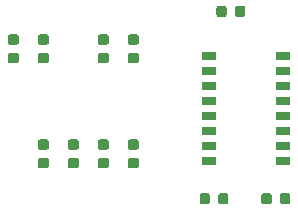
<source format=gbr>
G04 #@! TF.GenerationSoftware,KiCad,Pcbnew,(5.0.2)-1*
G04 #@! TF.CreationDate,2019-05-13T14:34:42-07:00*
G04 #@! TF.ProjectId,7_segment_display,375f7365-676d-4656-9e74-5f646973706c,rev?*
G04 #@! TF.SameCoordinates,Original*
G04 #@! TF.FileFunction,Paste,Bot*
G04 #@! TF.FilePolarity,Positive*
%FSLAX46Y46*%
G04 Gerber Fmt 4.6, Leading zero omitted, Abs format (unit mm)*
G04 Created by KiCad (PCBNEW (5.0.2)-1) date 5/13/2019 2:34:42 PM*
%MOMM*%
%LPD*%
G01*
G04 APERTURE LIST*
%ADD10C,0.100000*%
%ADD11C,0.875000*%
%ADD12R,1.300000X0.800000*%
G04 APERTURE END LIST*
D10*
G04 #@! TO.C,C1*
G36*
X38187691Y-17306053D02*
X38208926Y-17309203D01*
X38229750Y-17314419D01*
X38249962Y-17321651D01*
X38269368Y-17330830D01*
X38287781Y-17341866D01*
X38305024Y-17354654D01*
X38320930Y-17369070D01*
X38335346Y-17384976D01*
X38348134Y-17402219D01*
X38359170Y-17420632D01*
X38368349Y-17440038D01*
X38375581Y-17460250D01*
X38380797Y-17481074D01*
X38383947Y-17502309D01*
X38385000Y-17523750D01*
X38385000Y-18036250D01*
X38383947Y-18057691D01*
X38380797Y-18078926D01*
X38375581Y-18099750D01*
X38368349Y-18119962D01*
X38359170Y-18139368D01*
X38348134Y-18157781D01*
X38335346Y-18175024D01*
X38320930Y-18190930D01*
X38305024Y-18205346D01*
X38287781Y-18218134D01*
X38269368Y-18229170D01*
X38249962Y-18238349D01*
X38229750Y-18245581D01*
X38208926Y-18250797D01*
X38187691Y-18253947D01*
X38166250Y-18255000D01*
X37728750Y-18255000D01*
X37707309Y-18253947D01*
X37686074Y-18250797D01*
X37665250Y-18245581D01*
X37645038Y-18238349D01*
X37625632Y-18229170D01*
X37607219Y-18218134D01*
X37589976Y-18205346D01*
X37574070Y-18190930D01*
X37559654Y-18175024D01*
X37546866Y-18157781D01*
X37535830Y-18139368D01*
X37526651Y-18119962D01*
X37519419Y-18099750D01*
X37514203Y-18078926D01*
X37511053Y-18057691D01*
X37510000Y-18036250D01*
X37510000Y-17523750D01*
X37511053Y-17502309D01*
X37514203Y-17481074D01*
X37519419Y-17460250D01*
X37526651Y-17440038D01*
X37535830Y-17420632D01*
X37546866Y-17402219D01*
X37559654Y-17384976D01*
X37574070Y-17369070D01*
X37589976Y-17354654D01*
X37607219Y-17341866D01*
X37625632Y-17330830D01*
X37645038Y-17321651D01*
X37665250Y-17314419D01*
X37686074Y-17309203D01*
X37707309Y-17306053D01*
X37728750Y-17305000D01*
X38166250Y-17305000D01*
X38187691Y-17306053D01*
X38187691Y-17306053D01*
G37*
D11*
X37947500Y-17780000D03*
D10*
G36*
X39762691Y-17306053D02*
X39783926Y-17309203D01*
X39804750Y-17314419D01*
X39824962Y-17321651D01*
X39844368Y-17330830D01*
X39862781Y-17341866D01*
X39880024Y-17354654D01*
X39895930Y-17369070D01*
X39910346Y-17384976D01*
X39923134Y-17402219D01*
X39934170Y-17420632D01*
X39943349Y-17440038D01*
X39950581Y-17460250D01*
X39955797Y-17481074D01*
X39958947Y-17502309D01*
X39960000Y-17523750D01*
X39960000Y-18036250D01*
X39958947Y-18057691D01*
X39955797Y-18078926D01*
X39950581Y-18099750D01*
X39943349Y-18119962D01*
X39934170Y-18139368D01*
X39923134Y-18157781D01*
X39910346Y-18175024D01*
X39895930Y-18190930D01*
X39880024Y-18205346D01*
X39862781Y-18218134D01*
X39844368Y-18229170D01*
X39824962Y-18238349D01*
X39804750Y-18245581D01*
X39783926Y-18250797D01*
X39762691Y-18253947D01*
X39741250Y-18255000D01*
X39303750Y-18255000D01*
X39282309Y-18253947D01*
X39261074Y-18250797D01*
X39240250Y-18245581D01*
X39220038Y-18238349D01*
X39200632Y-18229170D01*
X39182219Y-18218134D01*
X39164976Y-18205346D01*
X39149070Y-18190930D01*
X39134654Y-18175024D01*
X39121866Y-18157781D01*
X39110830Y-18139368D01*
X39101651Y-18119962D01*
X39094419Y-18099750D01*
X39089203Y-18078926D01*
X39086053Y-18057691D01*
X39085000Y-18036250D01*
X39085000Y-17523750D01*
X39086053Y-17502309D01*
X39089203Y-17481074D01*
X39094419Y-17460250D01*
X39101651Y-17440038D01*
X39110830Y-17420632D01*
X39121866Y-17402219D01*
X39134654Y-17384976D01*
X39149070Y-17369070D01*
X39164976Y-17354654D01*
X39182219Y-17341866D01*
X39200632Y-17330830D01*
X39220038Y-17321651D01*
X39240250Y-17314419D01*
X39261074Y-17309203D01*
X39282309Y-17306053D01*
X39303750Y-17305000D01*
X39741250Y-17305000D01*
X39762691Y-17306053D01*
X39762691Y-17306053D01*
G37*
D11*
X39522500Y-17780000D03*
G04 #@! TD*
D10*
G04 #@! TO.C,R1*
G36*
X35952691Y-1431053D02*
X35973926Y-1434203D01*
X35994750Y-1439419D01*
X36014962Y-1446651D01*
X36034368Y-1455830D01*
X36052781Y-1466866D01*
X36070024Y-1479654D01*
X36085930Y-1494070D01*
X36100346Y-1509976D01*
X36113134Y-1527219D01*
X36124170Y-1545632D01*
X36133349Y-1565038D01*
X36140581Y-1585250D01*
X36145797Y-1606074D01*
X36148947Y-1627309D01*
X36150000Y-1648750D01*
X36150000Y-2161250D01*
X36148947Y-2182691D01*
X36145797Y-2203926D01*
X36140581Y-2224750D01*
X36133349Y-2244962D01*
X36124170Y-2264368D01*
X36113134Y-2282781D01*
X36100346Y-2300024D01*
X36085930Y-2315930D01*
X36070024Y-2330346D01*
X36052781Y-2343134D01*
X36034368Y-2354170D01*
X36014962Y-2363349D01*
X35994750Y-2370581D01*
X35973926Y-2375797D01*
X35952691Y-2378947D01*
X35931250Y-2380000D01*
X35493750Y-2380000D01*
X35472309Y-2378947D01*
X35451074Y-2375797D01*
X35430250Y-2370581D01*
X35410038Y-2363349D01*
X35390632Y-2354170D01*
X35372219Y-2343134D01*
X35354976Y-2330346D01*
X35339070Y-2315930D01*
X35324654Y-2300024D01*
X35311866Y-2282781D01*
X35300830Y-2264368D01*
X35291651Y-2244962D01*
X35284419Y-2224750D01*
X35279203Y-2203926D01*
X35276053Y-2182691D01*
X35275000Y-2161250D01*
X35275000Y-1648750D01*
X35276053Y-1627309D01*
X35279203Y-1606074D01*
X35284419Y-1585250D01*
X35291651Y-1565038D01*
X35300830Y-1545632D01*
X35311866Y-1527219D01*
X35324654Y-1509976D01*
X35339070Y-1494070D01*
X35354976Y-1479654D01*
X35372219Y-1466866D01*
X35390632Y-1455830D01*
X35410038Y-1446651D01*
X35430250Y-1439419D01*
X35451074Y-1434203D01*
X35472309Y-1431053D01*
X35493750Y-1430000D01*
X35931250Y-1430000D01*
X35952691Y-1431053D01*
X35952691Y-1431053D01*
G37*
D11*
X35712500Y-1905000D03*
D10*
G36*
X34377691Y-1431053D02*
X34398926Y-1434203D01*
X34419750Y-1439419D01*
X34439962Y-1446651D01*
X34459368Y-1455830D01*
X34477781Y-1466866D01*
X34495024Y-1479654D01*
X34510930Y-1494070D01*
X34525346Y-1509976D01*
X34538134Y-1527219D01*
X34549170Y-1545632D01*
X34558349Y-1565038D01*
X34565581Y-1585250D01*
X34570797Y-1606074D01*
X34573947Y-1627309D01*
X34575000Y-1648750D01*
X34575000Y-2161250D01*
X34573947Y-2182691D01*
X34570797Y-2203926D01*
X34565581Y-2224750D01*
X34558349Y-2244962D01*
X34549170Y-2264368D01*
X34538134Y-2282781D01*
X34525346Y-2300024D01*
X34510930Y-2315930D01*
X34495024Y-2330346D01*
X34477781Y-2343134D01*
X34459368Y-2354170D01*
X34439962Y-2363349D01*
X34419750Y-2370581D01*
X34398926Y-2375797D01*
X34377691Y-2378947D01*
X34356250Y-2380000D01*
X33918750Y-2380000D01*
X33897309Y-2378947D01*
X33876074Y-2375797D01*
X33855250Y-2370581D01*
X33835038Y-2363349D01*
X33815632Y-2354170D01*
X33797219Y-2343134D01*
X33779976Y-2330346D01*
X33764070Y-2315930D01*
X33749654Y-2300024D01*
X33736866Y-2282781D01*
X33725830Y-2264368D01*
X33716651Y-2244962D01*
X33709419Y-2224750D01*
X33704203Y-2203926D01*
X33701053Y-2182691D01*
X33700000Y-2161250D01*
X33700000Y-1648750D01*
X33701053Y-1627309D01*
X33704203Y-1606074D01*
X33709419Y-1585250D01*
X33716651Y-1565038D01*
X33725830Y-1545632D01*
X33736866Y-1527219D01*
X33749654Y-1509976D01*
X33764070Y-1494070D01*
X33779976Y-1479654D01*
X33797219Y-1466866D01*
X33815632Y-1455830D01*
X33835038Y-1446651D01*
X33855250Y-1439419D01*
X33876074Y-1434203D01*
X33897309Y-1431053D01*
X33918750Y-1430000D01*
X34356250Y-1430000D01*
X34377691Y-1431053D01*
X34377691Y-1431053D01*
G37*
D11*
X34137500Y-1905000D03*
G04 #@! TD*
D10*
G04 #@! TO.C,R2*
G36*
X34530191Y-17306053D02*
X34551426Y-17309203D01*
X34572250Y-17314419D01*
X34592462Y-17321651D01*
X34611868Y-17330830D01*
X34630281Y-17341866D01*
X34647524Y-17354654D01*
X34663430Y-17369070D01*
X34677846Y-17384976D01*
X34690634Y-17402219D01*
X34701670Y-17420632D01*
X34710849Y-17440038D01*
X34718081Y-17460250D01*
X34723297Y-17481074D01*
X34726447Y-17502309D01*
X34727500Y-17523750D01*
X34727500Y-18036250D01*
X34726447Y-18057691D01*
X34723297Y-18078926D01*
X34718081Y-18099750D01*
X34710849Y-18119962D01*
X34701670Y-18139368D01*
X34690634Y-18157781D01*
X34677846Y-18175024D01*
X34663430Y-18190930D01*
X34647524Y-18205346D01*
X34630281Y-18218134D01*
X34611868Y-18229170D01*
X34592462Y-18238349D01*
X34572250Y-18245581D01*
X34551426Y-18250797D01*
X34530191Y-18253947D01*
X34508750Y-18255000D01*
X34071250Y-18255000D01*
X34049809Y-18253947D01*
X34028574Y-18250797D01*
X34007750Y-18245581D01*
X33987538Y-18238349D01*
X33968132Y-18229170D01*
X33949719Y-18218134D01*
X33932476Y-18205346D01*
X33916570Y-18190930D01*
X33902154Y-18175024D01*
X33889366Y-18157781D01*
X33878330Y-18139368D01*
X33869151Y-18119962D01*
X33861919Y-18099750D01*
X33856703Y-18078926D01*
X33853553Y-18057691D01*
X33852500Y-18036250D01*
X33852500Y-17523750D01*
X33853553Y-17502309D01*
X33856703Y-17481074D01*
X33861919Y-17460250D01*
X33869151Y-17440038D01*
X33878330Y-17420632D01*
X33889366Y-17402219D01*
X33902154Y-17384976D01*
X33916570Y-17369070D01*
X33932476Y-17354654D01*
X33949719Y-17341866D01*
X33968132Y-17330830D01*
X33987538Y-17321651D01*
X34007750Y-17314419D01*
X34028574Y-17309203D01*
X34049809Y-17306053D01*
X34071250Y-17305000D01*
X34508750Y-17305000D01*
X34530191Y-17306053D01*
X34530191Y-17306053D01*
G37*
D11*
X34290000Y-17780000D03*
D10*
G36*
X32955191Y-17306053D02*
X32976426Y-17309203D01*
X32997250Y-17314419D01*
X33017462Y-17321651D01*
X33036868Y-17330830D01*
X33055281Y-17341866D01*
X33072524Y-17354654D01*
X33088430Y-17369070D01*
X33102846Y-17384976D01*
X33115634Y-17402219D01*
X33126670Y-17420632D01*
X33135849Y-17440038D01*
X33143081Y-17460250D01*
X33148297Y-17481074D01*
X33151447Y-17502309D01*
X33152500Y-17523750D01*
X33152500Y-18036250D01*
X33151447Y-18057691D01*
X33148297Y-18078926D01*
X33143081Y-18099750D01*
X33135849Y-18119962D01*
X33126670Y-18139368D01*
X33115634Y-18157781D01*
X33102846Y-18175024D01*
X33088430Y-18190930D01*
X33072524Y-18205346D01*
X33055281Y-18218134D01*
X33036868Y-18229170D01*
X33017462Y-18238349D01*
X32997250Y-18245581D01*
X32976426Y-18250797D01*
X32955191Y-18253947D01*
X32933750Y-18255000D01*
X32496250Y-18255000D01*
X32474809Y-18253947D01*
X32453574Y-18250797D01*
X32432750Y-18245581D01*
X32412538Y-18238349D01*
X32393132Y-18229170D01*
X32374719Y-18218134D01*
X32357476Y-18205346D01*
X32341570Y-18190930D01*
X32327154Y-18175024D01*
X32314366Y-18157781D01*
X32303330Y-18139368D01*
X32294151Y-18119962D01*
X32286919Y-18099750D01*
X32281703Y-18078926D01*
X32278553Y-18057691D01*
X32277500Y-18036250D01*
X32277500Y-17523750D01*
X32278553Y-17502309D01*
X32281703Y-17481074D01*
X32286919Y-17460250D01*
X32294151Y-17440038D01*
X32303330Y-17420632D01*
X32314366Y-17402219D01*
X32327154Y-17384976D01*
X32341570Y-17369070D01*
X32357476Y-17354654D01*
X32374719Y-17341866D01*
X32393132Y-17330830D01*
X32412538Y-17321651D01*
X32432750Y-17314419D01*
X32453574Y-17309203D01*
X32474809Y-17306053D01*
X32496250Y-17305000D01*
X32933750Y-17305000D01*
X32955191Y-17306053D01*
X32955191Y-17306053D01*
G37*
D11*
X32715000Y-17780000D03*
G04 #@! TD*
D10*
G04 #@! TO.C,R3*
G36*
X24407691Y-5431053D02*
X24428926Y-5434203D01*
X24449750Y-5439419D01*
X24469962Y-5446651D01*
X24489368Y-5455830D01*
X24507781Y-5466866D01*
X24525024Y-5479654D01*
X24540930Y-5494070D01*
X24555346Y-5509976D01*
X24568134Y-5527219D01*
X24579170Y-5545632D01*
X24588349Y-5565038D01*
X24595581Y-5585250D01*
X24600797Y-5606074D01*
X24603947Y-5627309D01*
X24605000Y-5648750D01*
X24605000Y-6086250D01*
X24603947Y-6107691D01*
X24600797Y-6128926D01*
X24595581Y-6149750D01*
X24588349Y-6169962D01*
X24579170Y-6189368D01*
X24568134Y-6207781D01*
X24555346Y-6225024D01*
X24540930Y-6240930D01*
X24525024Y-6255346D01*
X24507781Y-6268134D01*
X24489368Y-6279170D01*
X24469962Y-6288349D01*
X24449750Y-6295581D01*
X24428926Y-6300797D01*
X24407691Y-6303947D01*
X24386250Y-6305000D01*
X23873750Y-6305000D01*
X23852309Y-6303947D01*
X23831074Y-6300797D01*
X23810250Y-6295581D01*
X23790038Y-6288349D01*
X23770632Y-6279170D01*
X23752219Y-6268134D01*
X23734976Y-6255346D01*
X23719070Y-6240930D01*
X23704654Y-6225024D01*
X23691866Y-6207781D01*
X23680830Y-6189368D01*
X23671651Y-6169962D01*
X23664419Y-6149750D01*
X23659203Y-6128926D01*
X23656053Y-6107691D01*
X23655000Y-6086250D01*
X23655000Y-5648750D01*
X23656053Y-5627309D01*
X23659203Y-5606074D01*
X23664419Y-5585250D01*
X23671651Y-5565038D01*
X23680830Y-5545632D01*
X23691866Y-5527219D01*
X23704654Y-5509976D01*
X23719070Y-5494070D01*
X23734976Y-5479654D01*
X23752219Y-5466866D01*
X23770632Y-5455830D01*
X23790038Y-5446651D01*
X23810250Y-5439419D01*
X23831074Y-5434203D01*
X23852309Y-5431053D01*
X23873750Y-5430000D01*
X24386250Y-5430000D01*
X24407691Y-5431053D01*
X24407691Y-5431053D01*
G37*
D11*
X24130000Y-5867500D03*
D10*
G36*
X24407691Y-3856053D02*
X24428926Y-3859203D01*
X24449750Y-3864419D01*
X24469962Y-3871651D01*
X24489368Y-3880830D01*
X24507781Y-3891866D01*
X24525024Y-3904654D01*
X24540930Y-3919070D01*
X24555346Y-3934976D01*
X24568134Y-3952219D01*
X24579170Y-3970632D01*
X24588349Y-3990038D01*
X24595581Y-4010250D01*
X24600797Y-4031074D01*
X24603947Y-4052309D01*
X24605000Y-4073750D01*
X24605000Y-4511250D01*
X24603947Y-4532691D01*
X24600797Y-4553926D01*
X24595581Y-4574750D01*
X24588349Y-4594962D01*
X24579170Y-4614368D01*
X24568134Y-4632781D01*
X24555346Y-4650024D01*
X24540930Y-4665930D01*
X24525024Y-4680346D01*
X24507781Y-4693134D01*
X24489368Y-4704170D01*
X24469962Y-4713349D01*
X24449750Y-4720581D01*
X24428926Y-4725797D01*
X24407691Y-4728947D01*
X24386250Y-4730000D01*
X23873750Y-4730000D01*
X23852309Y-4728947D01*
X23831074Y-4725797D01*
X23810250Y-4720581D01*
X23790038Y-4713349D01*
X23770632Y-4704170D01*
X23752219Y-4693134D01*
X23734976Y-4680346D01*
X23719070Y-4665930D01*
X23704654Y-4650024D01*
X23691866Y-4632781D01*
X23680830Y-4614368D01*
X23671651Y-4594962D01*
X23664419Y-4574750D01*
X23659203Y-4553926D01*
X23656053Y-4532691D01*
X23655000Y-4511250D01*
X23655000Y-4073750D01*
X23656053Y-4052309D01*
X23659203Y-4031074D01*
X23664419Y-4010250D01*
X23671651Y-3990038D01*
X23680830Y-3970632D01*
X23691866Y-3952219D01*
X23704654Y-3934976D01*
X23719070Y-3919070D01*
X23734976Y-3904654D01*
X23752219Y-3891866D01*
X23770632Y-3880830D01*
X23790038Y-3871651D01*
X23810250Y-3864419D01*
X23831074Y-3859203D01*
X23852309Y-3856053D01*
X23873750Y-3855000D01*
X24386250Y-3855000D01*
X24407691Y-3856053D01*
X24407691Y-3856053D01*
G37*
D11*
X24130000Y-4292500D03*
G04 #@! TD*
D10*
G04 #@! TO.C,R4*
G36*
X26947691Y-5431053D02*
X26968926Y-5434203D01*
X26989750Y-5439419D01*
X27009962Y-5446651D01*
X27029368Y-5455830D01*
X27047781Y-5466866D01*
X27065024Y-5479654D01*
X27080930Y-5494070D01*
X27095346Y-5509976D01*
X27108134Y-5527219D01*
X27119170Y-5545632D01*
X27128349Y-5565038D01*
X27135581Y-5585250D01*
X27140797Y-5606074D01*
X27143947Y-5627309D01*
X27145000Y-5648750D01*
X27145000Y-6086250D01*
X27143947Y-6107691D01*
X27140797Y-6128926D01*
X27135581Y-6149750D01*
X27128349Y-6169962D01*
X27119170Y-6189368D01*
X27108134Y-6207781D01*
X27095346Y-6225024D01*
X27080930Y-6240930D01*
X27065024Y-6255346D01*
X27047781Y-6268134D01*
X27029368Y-6279170D01*
X27009962Y-6288349D01*
X26989750Y-6295581D01*
X26968926Y-6300797D01*
X26947691Y-6303947D01*
X26926250Y-6305000D01*
X26413750Y-6305000D01*
X26392309Y-6303947D01*
X26371074Y-6300797D01*
X26350250Y-6295581D01*
X26330038Y-6288349D01*
X26310632Y-6279170D01*
X26292219Y-6268134D01*
X26274976Y-6255346D01*
X26259070Y-6240930D01*
X26244654Y-6225024D01*
X26231866Y-6207781D01*
X26220830Y-6189368D01*
X26211651Y-6169962D01*
X26204419Y-6149750D01*
X26199203Y-6128926D01*
X26196053Y-6107691D01*
X26195000Y-6086250D01*
X26195000Y-5648750D01*
X26196053Y-5627309D01*
X26199203Y-5606074D01*
X26204419Y-5585250D01*
X26211651Y-5565038D01*
X26220830Y-5545632D01*
X26231866Y-5527219D01*
X26244654Y-5509976D01*
X26259070Y-5494070D01*
X26274976Y-5479654D01*
X26292219Y-5466866D01*
X26310632Y-5455830D01*
X26330038Y-5446651D01*
X26350250Y-5439419D01*
X26371074Y-5434203D01*
X26392309Y-5431053D01*
X26413750Y-5430000D01*
X26926250Y-5430000D01*
X26947691Y-5431053D01*
X26947691Y-5431053D01*
G37*
D11*
X26670000Y-5867500D03*
D10*
G36*
X26947691Y-3856053D02*
X26968926Y-3859203D01*
X26989750Y-3864419D01*
X27009962Y-3871651D01*
X27029368Y-3880830D01*
X27047781Y-3891866D01*
X27065024Y-3904654D01*
X27080930Y-3919070D01*
X27095346Y-3934976D01*
X27108134Y-3952219D01*
X27119170Y-3970632D01*
X27128349Y-3990038D01*
X27135581Y-4010250D01*
X27140797Y-4031074D01*
X27143947Y-4052309D01*
X27145000Y-4073750D01*
X27145000Y-4511250D01*
X27143947Y-4532691D01*
X27140797Y-4553926D01*
X27135581Y-4574750D01*
X27128349Y-4594962D01*
X27119170Y-4614368D01*
X27108134Y-4632781D01*
X27095346Y-4650024D01*
X27080930Y-4665930D01*
X27065024Y-4680346D01*
X27047781Y-4693134D01*
X27029368Y-4704170D01*
X27009962Y-4713349D01*
X26989750Y-4720581D01*
X26968926Y-4725797D01*
X26947691Y-4728947D01*
X26926250Y-4730000D01*
X26413750Y-4730000D01*
X26392309Y-4728947D01*
X26371074Y-4725797D01*
X26350250Y-4720581D01*
X26330038Y-4713349D01*
X26310632Y-4704170D01*
X26292219Y-4693134D01*
X26274976Y-4680346D01*
X26259070Y-4665930D01*
X26244654Y-4650024D01*
X26231866Y-4632781D01*
X26220830Y-4614368D01*
X26211651Y-4594962D01*
X26204419Y-4574750D01*
X26199203Y-4553926D01*
X26196053Y-4532691D01*
X26195000Y-4511250D01*
X26195000Y-4073750D01*
X26196053Y-4052309D01*
X26199203Y-4031074D01*
X26204419Y-4010250D01*
X26211651Y-3990038D01*
X26220830Y-3970632D01*
X26231866Y-3952219D01*
X26244654Y-3934976D01*
X26259070Y-3919070D01*
X26274976Y-3904654D01*
X26292219Y-3891866D01*
X26310632Y-3880830D01*
X26330038Y-3871651D01*
X26350250Y-3864419D01*
X26371074Y-3859203D01*
X26392309Y-3856053D01*
X26413750Y-3855000D01*
X26926250Y-3855000D01*
X26947691Y-3856053D01*
X26947691Y-3856053D01*
G37*
D11*
X26670000Y-4292500D03*
G04 #@! TD*
D10*
G04 #@! TO.C,R5*
G36*
X24407691Y-12746053D02*
X24428926Y-12749203D01*
X24449750Y-12754419D01*
X24469962Y-12761651D01*
X24489368Y-12770830D01*
X24507781Y-12781866D01*
X24525024Y-12794654D01*
X24540930Y-12809070D01*
X24555346Y-12824976D01*
X24568134Y-12842219D01*
X24579170Y-12860632D01*
X24588349Y-12880038D01*
X24595581Y-12900250D01*
X24600797Y-12921074D01*
X24603947Y-12942309D01*
X24605000Y-12963750D01*
X24605000Y-13401250D01*
X24603947Y-13422691D01*
X24600797Y-13443926D01*
X24595581Y-13464750D01*
X24588349Y-13484962D01*
X24579170Y-13504368D01*
X24568134Y-13522781D01*
X24555346Y-13540024D01*
X24540930Y-13555930D01*
X24525024Y-13570346D01*
X24507781Y-13583134D01*
X24489368Y-13594170D01*
X24469962Y-13603349D01*
X24449750Y-13610581D01*
X24428926Y-13615797D01*
X24407691Y-13618947D01*
X24386250Y-13620000D01*
X23873750Y-13620000D01*
X23852309Y-13618947D01*
X23831074Y-13615797D01*
X23810250Y-13610581D01*
X23790038Y-13603349D01*
X23770632Y-13594170D01*
X23752219Y-13583134D01*
X23734976Y-13570346D01*
X23719070Y-13555930D01*
X23704654Y-13540024D01*
X23691866Y-13522781D01*
X23680830Y-13504368D01*
X23671651Y-13484962D01*
X23664419Y-13464750D01*
X23659203Y-13443926D01*
X23656053Y-13422691D01*
X23655000Y-13401250D01*
X23655000Y-12963750D01*
X23656053Y-12942309D01*
X23659203Y-12921074D01*
X23664419Y-12900250D01*
X23671651Y-12880038D01*
X23680830Y-12860632D01*
X23691866Y-12842219D01*
X23704654Y-12824976D01*
X23719070Y-12809070D01*
X23734976Y-12794654D01*
X23752219Y-12781866D01*
X23770632Y-12770830D01*
X23790038Y-12761651D01*
X23810250Y-12754419D01*
X23831074Y-12749203D01*
X23852309Y-12746053D01*
X23873750Y-12745000D01*
X24386250Y-12745000D01*
X24407691Y-12746053D01*
X24407691Y-12746053D01*
G37*
D11*
X24130000Y-13182500D03*
D10*
G36*
X24407691Y-14321053D02*
X24428926Y-14324203D01*
X24449750Y-14329419D01*
X24469962Y-14336651D01*
X24489368Y-14345830D01*
X24507781Y-14356866D01*
X24525024Y-14369654D01*
X24540930Y-14384070D01*
X24555346Y-14399976D01*
X24568134Y-14417219D01*
X24579170Y-14435632D01*
X24588349Y-14455038D01*
X24595581Y-14475250D01*
X24600797Y-14496074D01*
X24603947Y-14517309D01*
X24605000Y-14538750D01*
X24605000Y-14976250D01*
X24603947Y-14997691D01*
X24600797Y-15018926D01*
X24595581Y-15039750D01*
X24588349Y-15059962D01*
X24579170Y-15079368D01*
X24568134Y-15097781D01*
X24555346Y-15115024D01*
X24540930Y-15130930D01*
X24525024Y-15145346D01*
X24507781Y-15158134D01*
X24489368Y-15169170D01*
X24469962Y-15178349D01*
X24449750Y-15185581D01*
X24428926Y-15190797D01*
X24407691Y-15193947D01*
X24386250Y-15195000D01*
X23873750Y-15195000D01*
X23852309Y-15193947D01*
X23831074Y-15190797D01*
X23810250Y-15185581D01*
X23790038Y-15178349D01*
X23770632Y-15169170D01*
X23752219Y-15158134D01*
X23734976Y-15145346D01*
X23719070Y-15130930D01*
X23704654Y-15115024D01*
X23691866Y-15097781D01*
X23680830Y-15079368D01*
X23671651Y-15059962D01*
X23664419Y-15039750D01*
X23659203Y-15018926D01*
X23656053Y-14997691D01*
X23655000Y-14976250D01*
X23655000Y-14538750D01*
X23656053Y-14517309D01*
X23659203Y-14496074D01*
X23664419Y-14475250D01*
X23671651Y-14455038D01*
X23680830Y-14435632D01*
X23691866Y-14417219D01*
X23704654Y-14399976D01*
X23719070Y-14384070D01*
X23734976Y-14369654D01*
X23752219Y-14356866D01*
X23770632Y-14345830D01*
X23790038Y-14336651D01*
X23810250Y-14329419D01*
X23831074Y-14324203D01*
X23852309Y-14321053D01*
X23873750Y-14320000D01*
X24386250Y-14320000D01*
X24407691Y-14321053D01*
X24407691Y-14321053D01*
G37*
D11*
X24130000Y-14757500D03*
G04 #@! TD*
D10*
G04 #@! TO.C,R6*
G36*
X21867691Y-12746053D02*
X21888926Y-12749203D01*
X21909750Y-12754419D01*
X21929962Y-12761651D01*
X21949368Y-12770830D01*
X21967781Y-12781866D01*
X21985024Y-12794654D01*
X22000930Y-12809070D01*
X22015346Y-12824976D01*
X22028134Y-12842219D01*
X22039170Y-12860632D01*
X22048349Y-12880038D01*
X22055581Y-12900250D01*
X22060797Y-12921074D01*
X22063947Y-12942309D01*
X22065000Y-12963750D01*
X22065000Y-13401250D01*
X22063947Y-13422691D01*
X22060797Y-13443926D01*
X22055581Y-13464750D01*
X22048349Y-13484962D01*
X22039170Y-13504368D01*
X22028134Y-13522781D01*
X22015346Y-13540024D01*
X22000930Y-13555930D01*
X21985024Y-13570346D01*
X21967781Y-13583134D01*
X21949368Y-13594170D01*
X21929962Y-13603349D01*
X21909750Y-13610581D01*
X21888926Y-13615797D01*
X21867691Y-13618947D01*
X21846250Y-13620000D01*
X21333750Y-13620000D01*
X21312309Y-13618947D01*
X21291074Y-13615797D01*
X21270250Y-13610581D01*
X21250038Y-13603349D01*
X21230632Y-13594170D01*
X21212219Y-13583134D01*
X21194976Y-13570346D01*
X21179070Y-13555930D01*
X21164654Y-13540024D01*
X21151866Y-13522781D01*
X21140830Y-13504368D01*
X21131651Y-13484962D01*
X21124419Y-13464750D01*
X21119203Y-13443926D01*
X21116053Y-13422691D01*
X21115000Y-13401250D01*
X21115000Y-12963750D01*
X21116053Y-12942309D01*
X21119203Y-12921074D01*
X21124419Y-12900250D01*
X21131651Y-12880038D01*
X21140830Y-12860632D01*
X21151866Y-12842219D01*
X21164654Y-12824976D01*
X21179070Y-12809070D01*
X21194976Y-12794654D01*
X21212219Y-12781866D01*
X21230632Y-12770830D01*
X21250038Y-12761651D01*
X21270250Y-12754419D01*
X21291074Y-12749203D01*
X21312309Y-12746053D01*
X21333750Y-12745000D01*
X21846250Y-12745000D01*
X21867691Y-12746053D01*
X21867691Y-12746053D01*
G37*
D11*
X21590000Y-13182500D03*
D10*
G36*
X21867691Y-14321053D02*
X21888926Y-14324203D01*
X21909750Y-14329419D01*
X21929962Y-14336651D01*
X21949368Y-14345830D01*
X21967781Y-14356866D01*
X21985024Y-14369654D01*
X22000930Y-14384070D01*
X22015346Y-14399976D01*
X22028134Y-14417219D01*
X22039170Y-14435632D01*
X22048349Y-14455038D01*
X22055581Y-14475250D01*
X22060797Y-14496074D01*
X22063947Y-14517309D01*
X22065000Y-14538750D01*
X22065000Y-14976250D01*
X22063947Y-14997691D01*
X22060797Y-15018926D01*
X22055581Y-15039750D01*
X22048349Y-15059962D01*
X22039170Y-15079368D01*
X22028134Y-15097781D01*
X22015346Y-15115024D01*
X22000930Y-15130930D01*
X21985024Y-15145346D01*
X21967781Y-15158134D01*
X21949368Y-15169170D01*
X21929962Y-15178349D01*
X21909750Y-15185581D01*
X21888926Y-15190797D01*
X21867691Y-15193947D01*
X21846250Y-15195000D01*
X21333750Y-15195000D01*
X21312309Y-15193947D01*
X21291074Y-15190797D01*
X21270250Y-15185581D01*
X21250038Y-15178349D01*
X21230632Y-15169170D01*
X21212219Y-15158134D01*
X21194976Y-15145346D01*
X21179070Y-15130930D01*
X21164654Y-15115024D01*
X21151866Y-15097781D01*
X21140830Y-15079368D01*
X21131651Y-15059962D01*
X21124419Y-15039750D01*
X21119203Y-15018926D01*
X21116053Y-14997691D01*
X21115000Y-14976250D01*
X21115000Y-14538750D01*
X21116053Y-14517309D01*
X21119203Y-14496074D01*
X21124419Y-14475250D01*
X21131651Y-14455038D01*
X21140830Y-14435632D01*
X21151866Y-14417219D01*
X21164654Y-14399976D01*
X21179070Y-14384070D01*
X21194976Y-14369654D01*
X21212219Y-14356866D01*
X21230632Y-14345830D01*
X21250038Y-14336651D01*
X21270250Y-14329419D01*
X21291074Y-14324203D01*
X21312309Y-14321053D01*
X21333750Y-14320000D01*
X21846250Y-14320000D01*
X21867691Y-14321053D01*
X21867691Y-14321053D01*
G37*
D11*
X21590000Y-14757500D03*
G04 #@! TD*
D10*
G04 #@! TO.C,R7*
G36*
X19327691Y-12746053D02*
X19348926Y-12749203D01*
X19369750Y-12754419D01*
X19389962Y-12761651D01*
X19409368Y-12770830D01*
X19427781Y-12781866D01*
X19445024Y-12794654D01*
X19460930Y-12809070D01*
X19475346Y-12824976D01*
X19488134Y-12842219D01*
X19499170Y-12860632D01*
X19508349Y-12880038D01*
X19515581Y-12900250D01*
X19520797Y-12921074D01*
X19523947Y-12942309D01*
X19525000Y-12963750D01*
X19525000Y-13401250D01*
X19523947Y-13422691D01*
X19520797Y-13443926D01*
X19515581Y-13464750D01*
X19508349Y-13484962D01*
X19499170Y-13504368D01*
X19488134Y-13522781D01*
X19475346Y-13540024D01*
X19460930Y-13555930D01*
X19445024Y-13570346D01*
X19427781Y-13583134D01*
X19409368Y-13594170D01*
X19389962Y-13603349D01*
X19369750Y-13610581D01*
X19348926Y-13615797D01*
X19327691Y-13618947D01*
X19306250Y-13620000D01*
X18793750Y-13620000D01*
X18772309Y-13618947D01*
X18751074Y-13615797D01*
X18730250Y-13610581D01*
X18710038Y-13603349D01*
X18690632Y-13594170D01*
X18672219Y-13583134D01*
X18654976Y-13570346D01*
X18639070Y-13555930D01*
X18624654Y-13540024D01*
X18611866Y-13522781D01*
X18600830Y-13504368D01*
X18591651Y-13484962D01*
X18584419Y-13464750D01*
X18579203Y-13443926D01*
X18576053Y-13422691D01*
X18575000Y-13401250D01*
X18575000Y-12963750D01*
X18576053Y-12942309D01*
X18579203Y-12921074D01*
X18584419Y-12900250D01*
X18591651Y-12880038D01*
X18600830Y-12860632D01*
X18611866Y-12842219D01*
X18624654Y-12824976D01*
X18639070Y-12809070D01*
X18654976Y-12794654D01*
X18672219Y-12781866D01*
X18690632Y-12770830D01*
X18710038Y-12761651D01*
X18730250Y-12754419D01*
X18751074Y-12749203D01*
X18772309Y-12746053D01*
X18793750Y-12745000D01*
X19306250Y-12745000D01*
X19327691Y-12746053D01*
X19327691Y-12746053D01*
G37*
D11*
X19050000Y-13182500D03*
D10*
G36*
X19327691Y-14321053D02*
X19348926Y-14324203D01*
X19369750Y-14329419D01*
X19389962Y-14336651D01*
X19409368Y-14345830D01*
X19427781Y-14356866D01*
X19445024Y-14369654D01*
X19460930Y-14384070D01*
X19475346Y-14399976D01*
X19488134Y-14417219D01*
X19499170Y-14435632D01*
X19508349Y-14455038D01*
X19515581Y-14475250D01*
X19520797Y-14496074D01*
X19523947Y-14517309D01*
X19525000Y-14538750D01*
X19525000Y-14976250D01*
X19523947Y-14997691D01*
X19520797Y-15018926D01*
X19515581Y-15039750D01*
X19508349Y-15059962D01*
X19499170Y-15079368D01*
X19488134Y-15097781D01*
X19475346Y-15115024D01*
X19460930Y-15130930D01*
X19445024Y-15145346D01*
X19427781Y-15158134D01*
X19409368Y-15169170D01*
X19389962Y-15178349D01*
X19369750Y-15185581D01*
X19348926Y-15190797D01*
X19327691Y-15193947D01*
X19306250Y-15195000D01*
X18793750Y-15195000D01*
X18772309Y-15193947D01*
X18751074Y-15190797D01*
X18730250Y-15185581D01*
X18710038Y-15178349D01*
X18690632Y-15169170D01*
X18672219Y-15158134D01*
X18654976Y-15145346D01*
X18639070Y-15130930D01*
X18624654Y-15115024D01*
X18611866Y-15097781D01*
X18600830Y-15079368D01*
X18591651Y-15059962D01*
X18584419Y-15039750D01*
X18579203Y-15018926D01*
X18576053Y-14997691D01*
X18575000Y-14976250D01*
X18575000Y-14538750D01*
X18576053Y-14517309D01*
X18579203Y-14496074D01*
X18584419Y-14475250D01*
X18591651Y-14455038D01*
X18600830Y-14435632D01*
X18611866Y-14417219D01*
X18624654Y-14399976D01*
X18639070Y-14384070D01*
X18654976Y-14369654D01*
X18672219Y-14356866D01*
X18690632Y-14345830D01*
X18710038Y-14336651D01*
X18730250Y-14329419D01*
X18751074Y-14324203D01*
X18772309Y-14321053D01*
X18793750Y-14320000D01*
X19306250Y-14320000D01*
X19327691Y-14321053D01*
X19327691Y-14321053D01*
G37*
D11*
X19050000Y-14757500D03*
G04 #@! TD*
D10*
G04 #@! TO.C,R8*
G36*
X19327691Y-5431053D02*
X19348926Y-5434203D01*
X19369750Y-5439419D01*
X19389962Y-5446651D01*
X19409368Y-5455830D01*
X19427781Y-5466866D01*
X19445024Y-5479654D01*
X19460930Y-5494070D01*
X19475346Y-5509976D01*
X19488134Y-5527219D01*
X19499170Y-5545632D01*
X19508349Y-5565038D01*
X19515581Y-5585250D01*
X19520797Y-5606074D01*
X19523947Y-5627309D01*
X19525000Y-5648750D01*
X19525000Y-6086250D01*
X19523947Y-6107691D01*
X19520797Y-6128926D01*
X19515581Y-6149750D01*
X19508349Y-6169962D01*
X19499170Y-6189368D01*
X19488134Y-6207781D01*
X19475346Y-6225024D01*
X19460930Y-6240930D01*
X19445024Y-6255346D01*
X19427781Y-6268134D01*
X19409368Y-6279170D01*
X19389962Y-6288349D01*
X19369750Y-6295581D01*
X19348926Y-6300797D01*
X19327691Y-6303947D01*
X19306250Y-6305000D01*
X18793750Y-6305000D01*
X18772309Y-6303947D01*
X18751074Y-6300797D01*
X18730250Y-6295581D01*
X18710038Y-6288349D01*
X18690632Y-6279170D01*
X18672219Y-6268134D01*
X18654976Y-6255346D01*
X18639070Y-6240930D01*
X18624654Y-6225024D01*
X18611866Y-6207781D01*
X18600830Y-6189368D01*
X18591651Y-6169962D01*
X18584419Y-6149750D01*
X18579203Y-6128926D01*
X18576053Y-6107691D01*
X18575000Y-6086250D01*
X18575000Y-5648750D01*
X18576053Y-5627309D01*
X18579203Y-5606074D01*
X18584419Y-5585250D01*
X18591651Y-5565038D01*
X18600830Y-5545632D01*
X18611866Y-5527219D01*
X18624654Y-5509976D01*
X18639070Y-5494070D01*
X18654976Y-5479654D01*
X18672219Y-5466866D01*
X18690632Y-5455830D01*
X18710038Y-5446651D01*
X18730250Y-5439419D01*
X18751074Y-5434203D01*
X18772309Y-5431053D01*
X18793750Y-5430000D01*
X19306250Y-5430000D01*
X19327691Y-5431053D01*
X19327691Y-5431053D01*
G37*
D11*
X19050000Y-5867500D03*
D10*
G36*
X19327691Y-3856053D02*
X19348926Y-3859203D01*
X19369750Y-3864419D01*
X19389962Y-3871651D01*
X19409368Y-3880830D01*
X19427781Y-3891866D01*
X19445024Y-3904654D01*
X19460930Y-3919070D01*
X19475346Y-3934976D01*
X19488134Y-3952219D01*
X19499170Y-3970632D01*
X19508349Y-3990038D01*
X19515581Y-4010250D01*
X19520797Y-4031074D01*
X19523947Y-4052309D01*
X19525000Y-4073750D01*
X19525000Y-4511250D01*
X19523947Y-4532691D01*
X19520797Y-4553926D01*
X19515581Y-4574750D01*
X19508349Y-4594962D01*
X19499170Y-4614368D01*
X19488134Y-4632781D01*
X19475346Y-4650024D01*
X19460930Y-4665930D01*
X19445024Y-4680346D01*
X19427781Y-4693134D01*
X19409368Y-4704170D01*
X19389962Y-4713349D01*
X19369750Y-4720581D01*
X19348926Y-4725797D01*
X19327691Y-4728947D01*
X19306250Y-4730000D01*
X18793750Y-4730000D01*
X18772309Y-4728947D01*
X18751074Y-4725797D01*
X18730250Y-4720581D01*
X18710038Y-4713349D01*
X18690632Y-4704170D01*
X18672219Y-4693134D01*
X18654976Y-4680346D01*
X18639070Y-4665930D01*
X18624654Y-4650024D01*
X18611866Y-4632781D01*
X18600830Y-4614368D01*
X18591651Y-4594962D01*
X18584419Y-4574750D01*
X18579203Y-4553926D01*
X18576053Y-4532691D01*
X18575000Y-4511250D01*
X18575000Y-4073750D01*
X18576053Y-4052309D01*
X18579203Y-4031074D01*
X18584419Y-4010250D01*
X18591651Y-3990038D01*
X18600830Y-3970632D01*
X18611866Y-3952219D01*
X18624654Y-3934976D01*
X18639070Y-3919070D01*
X18654976Y-3904654D01*
X18672219Y-3891866D01*
X18690632Y-3880830D01*
X18710038Y-3871651D01*
X18730250Y-3864419D01*
X18751074Y-3859203D01*
X18772309Y-3856053D01*
X18793750Y-3855000D01*
X19306250Y-3855000D01*
X19327691Y-3856053D01*
X19327691Y-3856053D01*
G37*
D11*
X19050000Y-4292500D03*
G04 #@! TD*
D10*
G04 #@! TO.C,R9*
G36*
X16787691Y-5431053D02*
X16808926Y-5434203D01*
X16829750Y-5439419D01*
X16849962Y-5446651D01*
X16869368Y-5455830D01*
X16887781Y-5466866D01*
X16905024Y-5479654D01*
X16920930Y-5494070D01*
X16935346Y-5509976D01*
X16948134Y-5527219D01*
X16959170Y-5545632D01*
X16968349Y-5565038D01*
X16975581Y-5585250D01*
X16980797Y-5606074D01*
X16983947Y-5627309D01*
X16985000Y-5648750D01*
X16985000Y-6086250D01*
X16983947Y-6107691D01*
X16980797Y-6128926D01*
X16975581Y-6149750D01*
X16968349Y-6169962D01*
X16959170Y-6189368D01*
X16948134Y-6207781D01*
X16935346Y-6225024D01*
X16920930Y-6240930D01*
X16905024Y-6255346D01*
X16887781Y-6268134D01*
X16869368Y-6279170D01*
X16849962Y-6288349D01*
X16829750Y-6295581D01*
X16808926Y-6300797D01*
X16787691Y-6303947D01*
X16766250Y-6305000D01*
X16253750Y-6305000D01*
X16232309Y-6303947D01*
X16211074Y-6300797D01*
X16190250Y-6295581D01*
X16170038Y-6288349D01*
X16150632Y-6279170D01*
X16132219Y-6268134D01*
X16114976Y-6255346D01*
X16099070Y-6240930D01*
X16084654Y-6225024D01*
X16071866Y-6207781D01*
X16060830Y-6189368D01*
X16051651Y-6169962D01*
X16044419Y-6149750D01*
X16039203Y-6128926D01*
X16036053Y-6107691D01*
X16035000Y-6086250D01*
X16035000Y-5648750D01*
X16036053Y-5627309D01*
X16039203Y-5606074D01*
X16044419Y-5585250D01*
X16051651Y-5565038D01*
X16060830Y-5545632D01*
X16071866Y-5527219D01*
X16084654Y-5509976D01*
X16099070Y-5494070D01*
X16114976Y-5479654D01*
X16132219Y-5466866D01*
X16150632Y-5455830D01*
X16170038Y-5446651D01*
X16190250Y-5439419D01*
X16211074Y-5434203D01*
X16232309Y-5431053D01*
X16253750Y-5430000D01*
X16766250Y-5430000D01*
X16787691Y-5431053D01*
X16787691Y-5431053D01*
G37*
D11*
X16510000Y-5867500D03*
D10*
G36*
X16787691Y-3856053D02*
X16808926Y-3859203D01*
X16829750Y-3864419D01*
X16849962Y-3871651D01*
X16869368Y-3880830D01*
X16887781Y-3891866D01*
X16905024Y-3904654D01*
X16920930Y-3919070D01*
X16935346Y-3934976D01*
X16948134Y-3952219D01*
X16959170Y-3970632D01*
X16968349Y-3990038D01*
X16975581Y-4010250D01*
X16980797Y-4031074D01*
X16983947Y-4052309D01*
X16985000Y-4073750D01*
X16985000Y-4511250D01*
X16983947Y-4532691D01*
X16980797Y-4553926D01*
X16975581Y-4574750D01*
X16968349Y-4594962D01*
X16959170Y-4614368D01*
X16948134Y-4632781D01*
X16935346Y-4650024D01*
X16920930Y-4665930D01*
X16905024Y-4680346D01*
X16887781Y-4693134D01*
X16869368Y-4704170D01*
X16849962Y-4713349D01*
X16829750Y-4720581D01*
X16808926Y-4725797D01*
X16787691Y-4728947D01*
X16766250Y-4730000D01*
X16253750Y-4730000D01*
X16232309Y-4728947D01*
X16211074Y-4725797D01*
X16190250Y-4720581D01*
X16170038Y-4713349D01*
X16150632Y-4704170D01*
X16132219Y-4693134D01*
X16114976Y-4680346D01*
X16099070Y-4665930D01*
X16084654Y-4650024D01*
X16071866Y-4632781D01*
X16060830Y-4614368D01*
X16051651Y-4594962D01*
X16044419Y-4574750D01*
X16039203Y-4553926D01*
X16036053Y-4532691D01*
X16035000Y-4511250D01*
X16035000Y-4073750D01*
X16036053Y-4052309D01*
X16039203Y-4031074D01*
X16044419Y-4010250D01*
X16051651Y-3990038D01*
X16060830Y-3970632D01*
X16071866Y-3952219D01*
X16084654Y-3934976D01*
X16099070Y-3919070D01*
X16114976Y-3904654D01*
X16132219Y-3891866D01*
X16150632Y-3880830D01*
X16170038Y-3871651D01*
X16190250Y-3864419D01*
X16211074Y-3859203D01*
X16232309Y-3856053D01*
X16253750Y-3855000D01*
X16766250Y-3855000D01*
X16787691Y-3856053D01*
X16787691Y-3856053D01*
G37*
D11*
X16510000Y-4292500D03*
G04 #@! TD*
D10*
G04 #@! TO.C,R10*
G36*
X26947691Y-12746053D02*
X26968926Y-12749203D01*
X26989750Y-12754419D01*
X27009962Y-12761651D01*
X27029368Y-12770830D01*
X27047781Y-12781866D01*
X27065024Y-12794654D01*
X27080930Y-12809070D01*
X27095346Y-12824976D01*
X27108134Y-12842219D01*
X27119170Y-12860632D01*
X27128349Y-12880038D01*
X27135581Y-12900250D01*
X27140797Y-12921074D01*
X27143947Y-12942309D01*
X27145000Y-12963750D01*
X27145000Y-13401250D01*
X27143947Y-13422691D01*
X27140797Y-13443926D01*
X27135581Y-13464750D01*
X27128349Y-13484962D01*
X27119170Y-13504368D01*
X27108134Y-13522781D01*
X27095346Y-13540024D01*
X27080930Y-13555930D01*
X27065024Y-13570346D01*
X27047781Y-13583134D01*
X27029368Y-13594170D01*
X27009962Y-13603349D01*
X26989750Y-13610581D01*
X26968926Y-13615797D01*
X26947691Y-13618947D01*
X26926250Y-13620000D01*
X26413750Y-13620000D01*
X26392309Y-13618947D01*
X26371074Y-13615797D01*
X26350250Y-13610581D01*
X26330038Y-13603349D01*
X26310632Y-13594170D01*
X26292219Y-13583134D01*
X26274976Y-13570346D01*
X26259070Y-13555930D01*
X26244654Y-13540024D01*
X26231866Y-13522781D01*
X26220830Y-13504368D01*
X26211651Y-13484962D01*
X26204419Y-13464750D01*
X26199203Y-13443926D01*
X26196053Y-13422691D01*
X26195000Y-13401250D01*
X26195000Y-12963750D01*
X26196053Y-12942309D01*
X26199203Y-12921074D01*
X26204419Y-12900250D01*
X26211651Y-12880038D01*
X26220830Y-12860632D01*
X26231866Y-12842219D01*
X26244654Y-12824976D01*
X26259070Y-12809070D01*
X26274976Y-12794654D01*
X26292219Y-12781866D01*
X26310632Y-12770830D01*
X26330038Y-12761651D01*
X26350250Y-12754419D01*
X26371074Y-12749203D01*
X26392309Y-12746053D01*
X26413750Y-12745000D01*
X26926250Y-12745000D01*
X26947691Y-12746053D01*
X26947691Y-12746053D01*
G37*
D11*
X26670000Y-13182500D03*
D10*
G36*
X26947691Y-14321053D02*
X26968926Y-14324203D01*
X26989750Y-14329419D01*
X27009962Y-14336651D01*
X27029368Y-14345830D01*
X27047781Y-14356866D01*
X27065024Y-14369654D01*
X27080930Y-14384070D01*
X27095346Y-14399976D01*
X27108134Y-14417219D01*
X27119170Y-14435632D01*
X27128349Y-14455038D01*
X27135581Y-14475250D01*
X27140797Y-14496074D01*
X27143947Y-14517309D01*
X27145000Y-14538750D01*
X27145000Y-14976250D01*
X27143947Y-14997691D01*
X27140797Y-15018926D01*
X27135581Y-15039750D01*
X27128349Y-15059962D01*
X27119170Y-15079368D01*
X27108134Y-15097781D01*
X27095346Y-15115024D01*
X27080930Y-15130930D01*
X27065024Y-15145346D01*
X27047781Y-15158134D01*
X27029368Y-15169170D01*
X27009962Y-15178349D01*
X26989750Y-15185581D01*
X26968926Y-15190797D01*
X26947691Y-15193947D01*
X26926250Y-15195000D01*
X26413750Y-15195000D01*
X26392309Y-15193947D01*
X26371074Y-15190797D01*
X26350250Y-15185581D01*
X26330038Y-15178349D01*
X26310632Y-15169170D01*
X26292219Y-15158134D01*
X26274976Y-15145346D01*
X26259070Y-15130930D01*
X26244654Y-15115024D01*
X26231866Y-15097781D01*
X26220830Y-15079368D01*
X26211651Y-15059962D01*
X26204419Y-15039750D01*
X26199203Y-15018926D01*
X26196053Y-14997691D01*
X26195000Y-14976250D01*
X26195000Y-14538750D01*
X26196053Y-14517309D01*
X26199203Y-14496074D01*
X26204419Y-14475250D01*
X26211651Y-14455038D01*
X26220830Y-14435632D01*
X26231866Y-14417219D01*
X26244654Y-14399976D01*
X26259070Y-14384070D01*
X26274976Y-14369654D01*
X26292219Y-14356866D01*
X26310632Y-14345830D01*
X26330038Y-14336651D01*
X26350250Y-14329419D01*
X26371074Y-14324203D01*
X26392309Y-14321053D01*
X26413750Y-14320000D01*
X26926250Y-14320000D01*
X26947691Y-14321053D01*
X26947691Y-14321053D01*
G37*
D11*
X26670000Y-14757500D03*
G04 #@! TD*
D12*
G04 #@! TO.C,U1*
X39345000Y-14610000D03*
X39345000Y-13330000D03*
X39345000Y-12070000D03*
X39345000Y-10800000D03*
X39345000Y-9520000D03*
X39345000Y-8250000D03*
X39345000Y-6990000D03*
X39345000Y-5710000D03*
X33045000Y-5710000D03*
X33045000Y-6990000D03*
X33045000Y-8250000D03*
X33045000Y-9520000D03*
X33045000Y-10800000D03*
X33045000Y-12070000D03*
X33045000Y-13330000D03*
X33045000Y-14610000D03*
G04 #@! TD*
M02*

</source>
